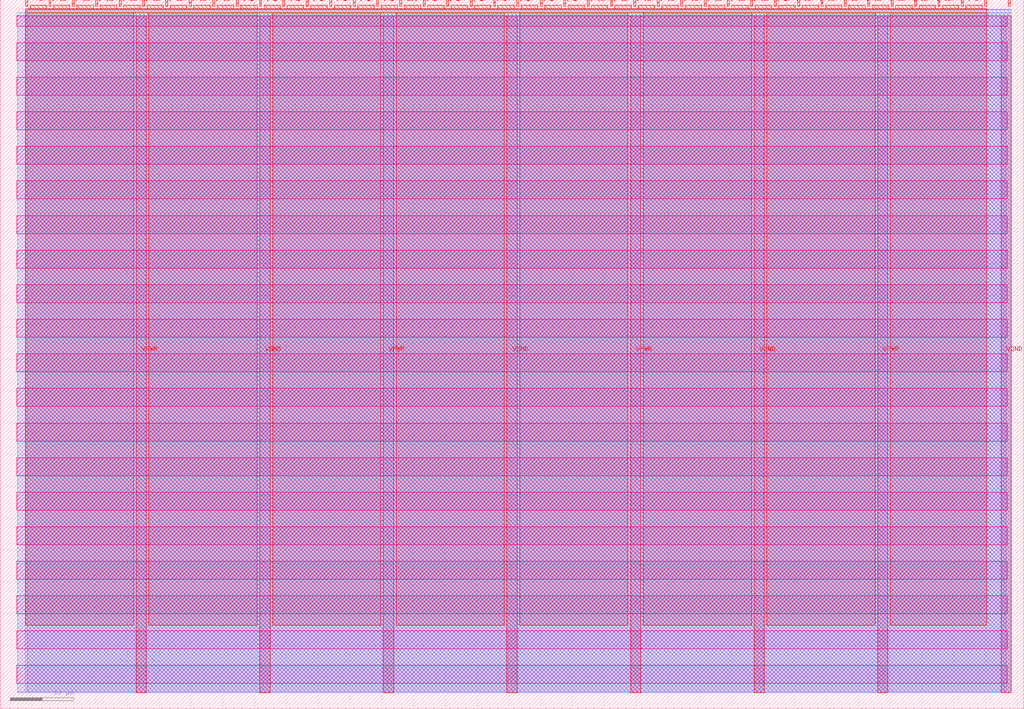
<source format=lef>
VERSION 5.7 ;
  NOWIREEXTENSIONATPIN ON ;
  DIVIDERCHAR "/" ;
  BUSBITCHARS "[]" ;
MACRO tt_um_unisnano
  CLASS BLOCK ;
  FOREIGN tt_um_unisnano ;
  ORIGIN 0.000 0.000 ;
  SIZE 161.000 BY 111.520 ;
  PIN VGND
    DIRECTION INOUT ;
    USE GROUND ;
    PORT
      LAYER met4 ;
        RECT 40.830 2.480 42.430 109.040 ;
    END
    PORT
      LAYER met4 ;
        RECT 79.700 2.480 81.300 109.040 ;
    END
    PORT
      LAYER met4 ;
        RECT 118.570 2.480 120.170 109.040 ;
    END
    PORT
      LAYER met4 ;
        RECT 157.440 2.480 159.040 109.040 ;
    END
  END VGND
  PIN VPWR
    DIRECTION INOUT ;
    USE POWER ;
    PORT
      LAYER met4 ;
        RECT 21.395 2.480 22.995 109.040 ;
    END
    PORT
      LAYER met4 ;
        RECT 60.265 2.480 61.865 109.040 ;
    END
    PORT
      LAYER met4 ;
        RECT 99.135 2.480 100.735 109.040 ;
    END
    PORT
      LAYER met4 ;
        RECT 138.005 2.480 139.605 109.040 ;
    END
  END VPWR
  PIN clk
    DIRECTION INPUT ;
    USE SIGNAL ;
    ANTENNAGATEAREA 0.852000 ;
    PORT
      LAYER met4 ;
        RECT 154.870 110.520 155.170 111.520 ;
    END
  END clk
  PIN ena
    DIRECTION INPUT ;
    USE SIGNAL ;
    PORT
      LAYER met4 ;
        RECT 158.550 110.520 158.850 111.520 ;
    END
  END ena
  PIN rst_n
    DIRECTION INPUT ;
    USE SIGNAL ;
    ANTENNAGATEAREA 0.196500 ;
    PORT
      LAYER met4 ;
        RECT 151.190 110.520 151.490 111.520 ;
    END
  END rst_n
  PIN ui_in[0]
    DIRECTION INPUT ;
    USE SIGNAL ;
    PORT
      LAYER met4 ;
        RECT 147.510 110.520 147.810 111.520 ;
    END
  END ui_in[0]
  PIN ui_in[1]
    DIRECTION INPUT ;
    USE SIGNAL ;
    PORT
      LAYER met4 ;
        RECT 143.830 110.520 144.130 111.520 ;
    END
  END ui_in[1]
  PIN ui_in[2]
    DIRECTION INPUT ;
    USE SIGNAL ;
    PORT
      LAYER met4 ;
        RECT 140.150 110.520 140.450 111.520 ;
    END
  END ui_in[2]
  PIN ui_in[3]
    DIRECTION INPUT ;
    USE SIGNAL ;
    ANTENNAGATEAREA 0.196500 ;
    PORT
      LAYER met4 ;
        RECT 136.470 110.520 136.770 111.520 ;
    END
  END ui_in[3]
  PIN ui_in[4]
    DIRECTION INPUT ;
    USE SIGNAL ;
    PORT
      LAYER met4 ;
        RECT 132.790 110.520 133.090 111.520 ;
    END
  END ui_in[4]
  PIN ui_in[5]
    DIRECTION INPUT ;
    USE SIGNAL ;
    PORT
      LAYER met4 ;
        RECT 129.110 110.520 129.410 111.520 ;
    END
  END ui_in[5]
  PIN ui_in[6]
    DIRECTION INPUT ;
    USE SIGNAL ;
    PORT
      LAYER met4 ;
        RECT 125.430 110.520 125.730 111.520 ;
    END
  END ui_in[6]
  PIN ui_in[7]
    DIRECTION INPUT ;
    USE SIGNAL ;
    PORT
      LAYER met4 ;
        RECT 121.750 110.520 122.050 111.520 ;
    END
  END ui_in[7]
  PIN uio_in[0]
    DIRECTION INPUT ;
    USE SIGNAL ;
    PORT
      LAYER met4 ;
        RECT 118.070 110.520 118.370 111.520 ;
    END
  END uio_in[0]
  PIN uio_in[1]
    DIRECTION INPUT ;
    USE SIGNAL ;
    PORT
      LAYER met4 ;
        RECT 114.390 110.520 114.690 111.520 ;
    END
  END uio_in[1]
  PIN uio_in[2]
    DIRECTION INPUT ;
    USE SIGNAL ;
    PORT
      LAYER met4 ;
        RECT 110.710 110.520 111.010 111.520 ;
    END
  END uio_in[2]
  PIN uio_in[3]
    DIRECTION INPUT ;
    USE SIGNAL ;
    PORT
      LAYER met4 ;
        RECT 107.030 110.520 107.330 111.520 ;
    END
  END uio_in[3]
  PIN uio_in[4]
    DIRECTION INPUT ;
    USE SIGNAL ;
    PORT
      LAYER met4 ;
        RECT 103.350 110.520 103.650 111.520 ;
    END
  END uio_in[4]
  PIN uio_in[5]
    DIRECTION INPUT ;
    USE SIGNAL ;
    PORT
      LAYER met4 ;
        RECT 99.670 110.520 99.970 111.520 ;
    END
  END uio_in[5]
  PIN uio_in[6]
    DIRECTION INPUT ;
    USE SIGNAL ;
    PORT
      LAYER met4 ;
        RECT 95.990 110.520 96.290 111.520 ;
    END
  END uio_in[6]
  PIN uio_in[7]
    DIRECTION INPUT ;
    USE SIGNAL ;
    PORT
      LAYER met4 ;
        RECT 92.310 110.520 92.610 111.520 ;
    END
  END uio_in[7]
  PIN uio_oe[0]
    DIRECTION OUTPUT TRISTATE ;
    USE SIGNAL ;
    PORT
      LAYER met4 ;
        RECT 29.750 110.520 30.050 111.520 ;
    END
  END uio_oe[0]
  PIN uio_oe[1]
    DIRECTION OUTPUT TRISTATE ;
    USE SIGNAL ;
    PORT
      LAYER met4 ;
        RECT 26.070 110.520 26.370 111.520 ;
    END
  END uio_oe[1]
  PIN uio_oe[2]
    DIRECTION OUTPUT TRISTATE ;
    USE SIGNAL ;
    PORT
      LAYER met4 ;
        RECT 22.390 110.520 22.690 111.520 ;
    END
  END uio_oe[2]
  PIN uio_oe[3]
    DIRECTION OUTPUT TRISTATE ;
    USE SIGNAL ;
    PORT
      LAYER met4 ;
        RECT 18.710 110.520 19.010 111.520 ;
    END
  END uio_oe[3]
  PIN uio_oe[4]
    DIRECTION OUTPUT TRISTATE ;
    USE SIGNAL ;
    PORT
      LAYER met4 ;
        RECT 15.030 110.520 15.330 111.520 ;
    END
  END uio_oe[4]
  PIN uio_oe[5]
    DIRECTION OUTPUT TRISTATE ;
    USE SIGNAL ;
    PORT
      LAYER met4 ;
        RECT 11.350 110.520 11.650 111.520 ;
    END
  END uio_oe[5]
  PIN uio_oe[6]
    DIRECTION OUTPUT TRISTATE ;
    USE SIGNAL ;
    PORT
      LAYER met4 ;
        RECT 7.670 110.520 7.970 111.520 ;
    END
  END uio_oe[6]
  PIN uio_oe[7]
    DIRECTION OUTPUT TRISTATE ;
    USE SIGNAL ;
    PORT
      LAYER met4 ;
        RECT 3.990 110.520 4.290 111.520 ;
    END
  END uio_oe[7]
  PIN uio_out[0]
    DIRECTION OUTPUT TRISTATE ;
    USE SIGNAL ;
    PORT
      LAYER met4 ;
        RECT 59.190 110.520 59.490 111.520 ;
    END
  END uio_out[0]
  PIN uio_out[1]
    DIRECTION OUTPUT TRISTATE ;
    USE SIGNAL ;
    PORT
      LAYER met4 ;
        RECT 55.510 110.520 55.810 111.520 ;
    END
  END uio_out[1]
  PIN uio_out[2]
    DIRECTION OUTPUT TRISTATE ;
    USE SIGNAL ;
    PORT
      LAYER met4 ;
        RECT 51.830 110.520 52.130 111.520 ;
    END
  END uio_out[2]
  PIN uio_out[3]
    DIRECTION OUTPUT TRISTATE ;
    USE SIGNAL ;
    PORT
      LAYER met4 ;
        RECT 48.150 110.520 48.450 111.520 ;
    END
  END uio_out[3]
  PIN uio_out[4]
    DIRECTION OUTPUT TRISTATE ;
    USE SIGNAL ;
    PORT
      LAYER met4 ;
        RECT 44.470 110.520 44.770 111.520 ;
    END
  END uio_out[4]
  PIN uio_out[5]
    DIRECTION OUTPUT TRISTATE ;
    USE SIGNAL ;
    PORT
      LAYER met4 ;
        RECT 40.790 110.520 41.090 111.520 ;
    END
  END uio_out[5]
  PIN uio_out[6]
    DIRECTION OUTPUT TRISTATE ;
    USE SIGNAL ;
    PORT
      LAYER met4 ;
        RECT 37.110 110.520 37.410 111.520 ;
    END
  END uio_out[6]
  PIN uio_out[7]
    DIRECTION OUTPUT TRISTATE ;
    USE SIGNAL ;
    PORT
      LAYER met4 ;
        RECT 33.430 110.520 33.730 111.520 ;
    END
  END uio_out[7]
  PIN uo_out[0]
    DIRECTION OUTPUT TRISTATE ;
    USE SIGNAL ;
    PORT
      LAYER met4 ;
        RECT 88.630 110.520 88.930 111.520 ;
    END
  END uo_out[0]
  PIN uo_out[1]
    DIRECTION OUTPUT TRISTATE ;
    USE SIGNAL ;
    ANTENNADIFFAREA 0.795200 ;
    PORT
      LAYER met4 ;
        RECT 84.950 110.520 85.250 111.520 ;
    END
  END uo_out[1]
  PIN uo_out[2]
    DIRECTION OUTPUT TRISTATE ;
    USE SIGNAL ;
    ANTENNADIFFAREA 0.795200 ;
    PORT
      LAYER met4 ;
        RECT 81.270 110.520 81.570 111.520 ;
    END
  END uo_out[2]
  PIN uo_out[3]
    DIRECTION OUTPUT TRISTATE ;
    USE SIGNAL ;
    PORT
      LAYER met4 ;
        RECT 77.590 110.520 77.890 111.520 ;
    END
  END uo_out[3]
  PIN uo_out[4]
    DIRECTION OUTPUT TRISTATE ;
    USE SIGNAL ;
    ANTENNADIFFAREA 0.795200 ;
    PORT
      LAYER met4 ;
        RECT 73.910 110.520 74.210 111.520 ;
    END
  END uo_out[4]
  PIN uo_out[5]
    DIRECTION OUTPUT TRISTATE ;
    USE SIGNAL ;
    PORT
      LAYER met4 ;
        RECT 70.230 110.520 70.530 111.520 ;
    END
  END uo_out[5]
  PIN uo_out[6]
    DIRECTION OUTPUT TRISTATE ;
    USE SIGNAL ;
    PORT
      LAYER met4 ;
        RECT 66.550 110.520 66.850 111.520 ;
    END
  END uo_out[6]
  PIN uo_out[7]
    DIRECTION OUTPUT TRISTATE ;
    USE SIGNAL ;
    PORT
      LAYER met4 ;
        RECT 62.870 110.520 63.170 111.520 ;
    END
  END uo_out[7]
  OBS
      LAYER nwell ;
        RECT 2.570 107.385 158.430 108.990 ;
        RECT 2.570 101.945 158.430 104.775 ;
        RECT 2.570 96.505 158.430 99.335 ;
        RECT 2.570 91.065 158.430 93.895 ;
        RECT 2.570 85.625 158.430 88.455 ;
        RECT 2.570 80.185 158.430 83.015 ;
        RECT 2.570 74.745 158.430 77.575 ;
        RECT 2.570 69.305 158.430 72.135 ;
        RECT 2.570 63.865 158.430 66.695 ;
        RECT 2.570 58.425 158.430 61.255 ;
        RECT 2.570 52.985 158.430 55.815 ;
        RECT 2.570 47.545 158.430 50.375 ;
        RECT 2.570 42.105 158.430 44.935 ;
        RECT 2.570 36.665 158.430 39.495 ;
        RECT 2.570 31.225 158.430 34.055 ;
        RECT 2.570 25.785 158.430 28.615 ;
        RECT 2.570 20.345 158.430 23.175 ;
        RECT 2.570 14.905 158.430 17.735 ;
        RECT 2.570 9.465 158.430 12.295 ;
        RECT 2.570 4.025 158.430 6.855 ;
      LAYER li1 ;
        RECT 2.760 2.635 158.240 108.885 ;
      LAYER met1 ;
        RECT 2.760 2.480 159.040 109.440 ;
      LAYER met2 ;
        RECT 4.230 2.535 159.010 110.005 ;
      LAYER met3 ;
        RECT 3.950 2.555 159.030 109.985 ;
      LAYER met4 ;
        RECT 4.690 110.120 7.270 110.650 ;
        RECT 8.370 110.120 10.950 110.650 ;
        RECT 12.050 110.120 14.630 110.650 ;
        RECT 15.730 110.120 18.310 110.650 ;
        RECT 19.410 110.120 21.990 110.650 ;
        RECT 23.090 110.120 25.670 110.650 ;
        RECT 26.770 110.120 29.350 110.650 ;
        RECT 30.450 110.120 33.030 110.650 ;
        RECT 34.130 110.120 36.710 110.650 ;
        RECT 37.810 110.120 40.390 110.650 ;
        RECT 41.490 110.120 44.070 110.650 ;
        RECT 45.170 110.120 47.750 110.650 ;
        RECT 48.850 110.120 51.430 110.650 ;
        RECT 52.530 110.120 55.110 110.650 ;
        RECT 56.210 110.120 58.790 110.650 ;
        RECT 59.890 110.120 62.470 110.650 ;
        RECT 63.570 110.120 66.150 110.650 ;
        RECT 67.250 110.120 69.830 110.650 ;
        RECT 70.930 110.120 73.510 110.650 ;
        RECT 74.610 110.120 77.190 110.650 ;
        RECT 78.290 110.120 80.870 110.650 ;
        RECT 81.970 110.120 84.550 110.650 ;
        RECT 85.650 110.120 88.230 110.650 ;
        RECT 89.330 110.120 91.910 110.650 ;
        RECT 93.010 110.120 95.590 110.650 ;
        RECT 96.690 110.120 99.270 110.650 ;
        RECT 100.370 110.120 102.950 110.650 ;
        RECT 104.050 110.120 106.630 110.650 ;
        RECT 107.730 110.120 110.310 110.650 ;
        RECT 111.410 110.120 113.990 110.650 ;
        RECT 115.090 110.120 117.670 110.650 ;
        RECT 118.770 110.120 121.350 110.650 ;
        RECT 122.450 110.120 125.030 110.650 ;
        RECT 126.130 110.120 128.710 110.650 ;
        RECT 129.810 110.120 132.390 110.650 ;
        RECT 133.490 110.120 136.070 110.650 ;
        RECT 137.170 110.120 139.750 110.650 ;
        RECT 140.850 110.120 143.430 110.650 ;
        RECT 144.530 110.120 147.110 110.650 ;
        RECT 148.210 110.120 150.790 110.650 ;
        RECT 151.890 110.120 154.470 110.650 ;
        RECT 3.975 109.440 155.185 110.120 ;
        RECT 3.975 13.095 20.995 109.440 ;
        RECT 23.395 13.095 40.430 109.440 ;
        RECT 42.830 13.095 59.865 109.440 ;
        RECT 62.265 13.095 79.300 109.440 ;
        RECT 81.700 13.095 98.735 109.440 ;
        RECT 101.135 13.095 118.170 109.440 ;
        RECT 120.570 13.095 137.605 109.440 ;
        RECT 140.005 13.095 155.185 109.440 ;
  END
END tt_um_unisnano
END LIBRARY


</source>
